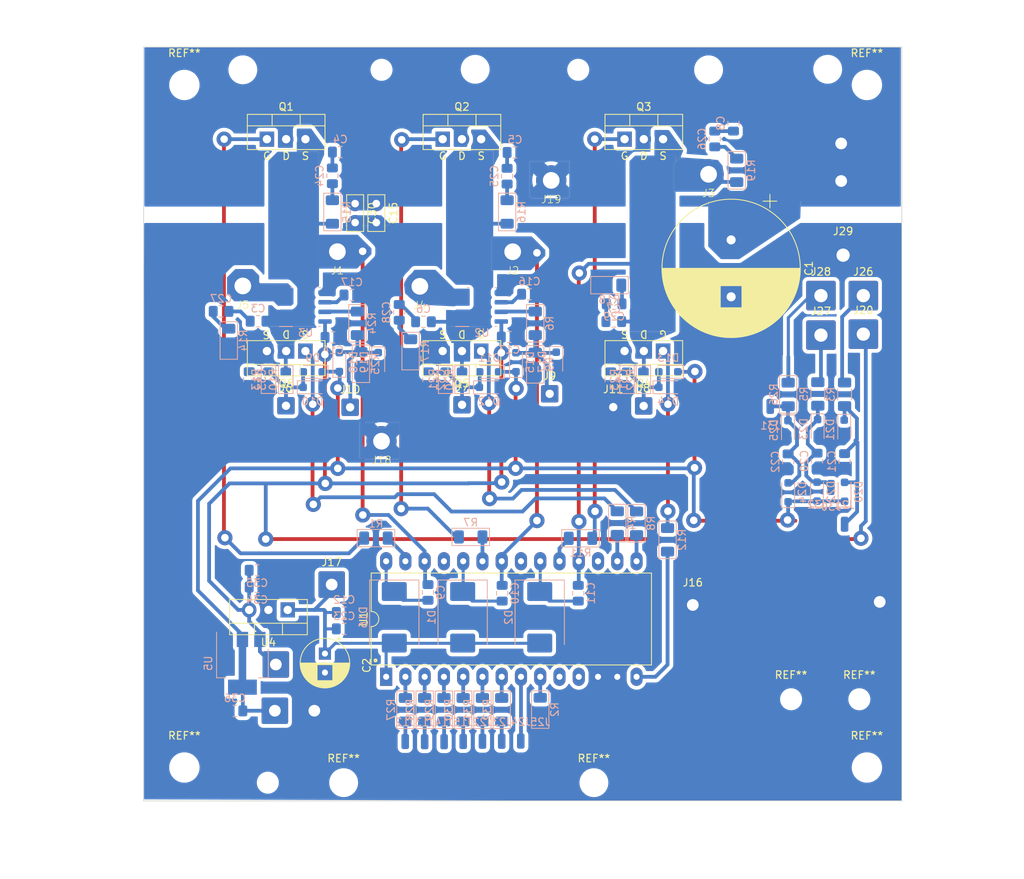
<source format=kicad_pcb>
(kicad_pcb (version 20221018) (generator pcbnew)
  (layers (0 "F.Cu" signal) (31 "B.Cu" signal) (34 "B.Paste" user) (35 "F.Paste" user) (36 "B.SilkS" user "B.Silkscreen") (37 "F.SilkS" user "F.Silkscreen") (38 "B.Mask" user) (39 "F.Mask" user) (44 "Edge.Cuts" user))
  (net 0 "")
  (net 1 "+BATT")
  (net 2 "GND")
  (net 3 "+15V")
  (net 4 "PhaseA")
  (net 5 "Net-(C27-Pad1)")
  (net 6 "Net-(C24-Pad1)")
  (net 7 "Net-(C25-Pad1)")
  (net 8 "PhaseB")
  (net 9 "Net-(C28-Pad1)")
  (net 10 "PhaseC")
  (net 11 "Net-(C29-Pad1)")
  (net 12 "Net-(C26-Pad1)")
  (net 13 "VBOOT1")
  (net 14 "VBOOT2")
  (net 15 "VBOOT3")
  (net 16 "+5V")
  (net 17 "Net-(U2-FILTER)")
  (net 18 "Net-(U3-FILTER)")
  (net 19 "+3.3V")
  (net 20 "/Connectors/HSensor2_ToMCU")
  (net 21 "/Connectors/HSensor1_ToMCU")
  (net 22 "/Connectors/HSensor3_ToMCU")
  (net 23 "Net-(C24-Pad2)")
  (net 24 "Net-(C25-Pad2)")
  (net 25 "Net-(C26-Pad2)")
  (net 26 "Net-(C27-Pad2)")
  (net 27 "Net-(C28-Pad2)")
  (net 28 "Net-(C29-Pad2)")
  (net 29 "Net-(D10-K)")
  (net 30 "Net-(D11-A)")
  (net 31 "Net-(D13-A)")
  (net 32 "Net-(D15-A)")
  (net 33 "Net-(D18-A)")
  (net 34 "Net-(Q1-G)")
  (net 35 "Net-(Q2-G)")
  (net 36 "Net-(Q3-G)")
  (net 37 "Net-(Q4-G)")
  (net 38 "Net-(Q5-G)")
  (net 39 "Net-(Q6-G)")
  (net 40 "L1H")
  (net 41 "Net-(U1-ITRIP)")
  (net 42 "/Connectors/HSensor1")
  (net 43 "L1L")
  (net 44 "/Connectors/HSensor2")
  (net 45 "Isense_PhaseB")
  (net 46 "L2H")
  (net 47 "L2L")
  (net 48 "L3H")
  (net 49 "L3L")
  (net 50 "Isense_PhaseA")
  (net 51 "/Connectors/HSensor3")
  (net 52 "LOGIC_L1H")
  (net 53 "Net-(U1-*HIN1)")
  (net 54 "LOGIC_L2H")
  (net 55 "Net-(U1-*HIN2)")
  (net 56 "LOGIC_L3H")
  (net 57 "Net-(U1-*HIN3)")
  (net 58 "LOGIC_L1L")
  (net 59 "Net-(U1-*LIN1)")
  (net 60 "LOGIC_L2L")
  (net 61 "Net-(U1-*LIN2)")
  (net 62 "LOGIC_L3L")
  (net 63 "Net-(U1-*LIN3)")
  (net 64 "MCU_FAULT_IN (INPUT_PULLUP)")
  (net 70 "PhaseB_Sensed")
  (net 71 "PhaseA_Sensed")
  (footprint "PCM_Package_TO_SOT_THT_AKL:TO-220-3_Vertical_GDS" (layer "F.Cu") (at 235.119617 61.084049 180)
    (fp_text reference "Q4")
    (fp_text value "IRF1407" hide)
  )
  (footprint "libMain:10mm2 CableSoldered" (layer "F.Cu") (at 215.290172 50.991018)
    (fp_text reference "J2")
    (fp_text value "Motor_phaseB")
  )
  (footprint "Connector_Wire:SolderWire-0.5sqmm_1x01_D0.9mm_OD2.3mm" (layer "F.Cu") (at 193.852572 68.504218)
    (fp_text reference "J10")
    (fp_text value "PhaseA_Csense")
  )
  (footprint "" (layer "F.Cu") (at 263.68514 94.163673)
    (fp_text reference "")
    (fp_text value "")
  )
  (footprint "" (layer "F.Cu") (at 256.82714 23.932673)
    (fp_text reference "")
    (fp_text value "")
  )
  (footprint "" (layer "F.Cu") (at 179.704772 24)
    (fp_text reference "")
    (fp_text value "")
  )
  (footprint "PCM_Package_TO_SOT_THT_AKL:TO-220-3_Vertical_GDS" (layer "F.Cu") (at 211.137272 61.087 180)
    (fp_text reference "Q5")
    (fp_text value "IRF1407" hide)
  )
  (footprint "PCM_Package_TO_SOT_THT_AKL:TO-220-3_Vertical_GDS" (layer "F.Cu") (at 230.039617 33.144049)
    (fp_text reference "Q3")
    (fp_text value "IRF1407" hide)
  )
  (footprint "libMain:10mm2 CableSoldered" (layer "F.Cu") (at 192.176172 50.981018)
    (fp_text reference "J1")
    (fp_text value "Motor_phaseA")
  )
  (footprint "" (layer "F.Cu") (at 184.05614 102.418673)
    (fp_text reference "")
    (fp_text value "")
  )
  (footprint "Package_TO_SOT_THT:TO-220-3_Vertical" (layer "F.Cu") (at 185.622972 95.219818 180)
    (fp_text reference "U4")
    (fp_text value "LM7805_TO220")
  )
  (footprint "PCM_Package_DIP_AKL:DIP-28_W15.24mm_LongPads" (layer "F.Cu") (at 198.602372 104.038818 90)
    (fp_text reference "U1")
    (fp_text value "IR2130PBF" hide)
  )
  (footprint "PCM_Package_TO_SOT_THT_AKL:TO-220-3_Vertical_GDS" (layer "F.Cu") (at 187.96 61.087 180)
    (fp_text reference "Q6")
    (fp_text value "IRF1407" hide)
  )
  (footprint "MountingHole:MountingHole_2.1mm" (layer "F.Cu") (at 261 107)
    (fp_text reference "REF**")
    (fp_text value "MountingHole_2.1mm")
  )
  (footprint "Connector_Wire:SolderWire-0.75sqmm_1x01_D1.25mm_OD3.5mm" (layer "F.Cu") (at 239.039172 94.564618)
    (fp_text reference "J16")
    (fp_text value "15 Gnd")
  )
  (footprint "PCM_Package_TO_SOT_THT_AKL:TO-220-3_Vertical_GDS" (layer "F.Cu") (at 182.88 33.147)
    (fp_text reference "Q1")
    (fp_text value "IRF1407" hide)
  )
  (footprint "Connector_Wire:SolderWire-1sqmm_1x01_D1.4mm_OD3.9mm" (layer "F.Cu") (at 258.85914 48.443673)
    (fp_text reference "J29")
    (fp_text value "~")
  )
  (footprint "" (layer "F.Cu") (at 223.93414 24)
    (fp_text reference "")
    (fp_text value "")
  )
  (footprint "libMain:10mm2 CableSoldered" (layer "F.Cu") (at 203.047372 55.553018)
    (fp_text reference "J4")
    (fp_text value "Motor_phaseBSensed")
  )
  (footprint "" (layer "F.Cu") (at 189.13614 108.514673)
    (fp_text reference "")
    (fp_text value "")
  )
  (footprint "MountingHole:MountingHole_3.2mm_M3" (layer "F.Cu") (at 262 26)
    (fp_text reference "REF**")
    (fp_text value "MountingHole_3.2mm_M3")
  )
  (footprint "" (layer "F.Cu") (at 241.121972 24)
    (fp_text reference "")
    (fp_text value "")
  )
  (footprint "PCM_Package_TO_SOT_THT_AKL:TO-220-3_Vertical_GDS" (layer "F.Cu") (at 206.057272 33.147)
    (fp_text reference "Q2")
    (fp_text value "IRF1407" hide)
  )
  (footprint "libMain:10mm2 CableSoldered" (layer "F.Cu") (at 241.121972 40.780218)
    (fp_text reference "J3")
    (fp_text value "Motor_phaseC")
  )
  (footprint "" (layer "F.Cu") (at 258.60514 33.711673)
    (fp_text reference "")
    (fp_text value "")
  )
  (footprint "" (layer "F.Cu") (at 258.60514 38.664673)
    (fp_text reference "")
    (fp_text value "")
  )
  (footprint "Connector_Wire:SolderWire-1sqmm_1x01_D1.4mm_OD3.9mm" (layer "F.Cu") (at 261.52614 53.777673)
    (fp_text reference "J26")
    (fp_text value "~")
  )
  (footprint "libMain:12AWG cableSoldered" (layer "F.Cu") (at 197.992772 75.974618)
    (fp_text reference "J18")
    (fp_text value "Bat Gnd")
  )
  (footprint "Connector_Wire:SolderWire-0.5sqmm_1x01_D0.9mm_OD2.3mm" (layer "F.Cu") (at 232.562172 68.326418)
    (fp_text reference "J8")
    (fp_text value "PhaseC_Vsense")
  )
  (footprint "Connector_Wire:SolderWire-0.5sqmm_1x01_D0.9mm_OD2.3mm" (layer "F.Cu") (at 220.166972 66.726218)
    (fp_text reference "J9")
    (fp_text value "PhaseB_Csense")
  )
  (footprint "Connector_Wire:SolderWire-1sqmm_1x01_D1.4mm_OD3.9mm" (layer "F.Cu") (at 255.93814 58.984673)
    (fp_text reference "J27")
    (fp_text value "~")
  )
  (footprint "Capacitor_THT:C_Rect_L4.6mm_W2.0mm_P2.50mm_MKS02_FKP02" (layer "F.Cu") (at 197.306972 41.645618 -90)
    (fp_text reference "C15")
    (fp_text value "2.2uF")
  )
  (footprint "MountingHole:MountingHole_2.1mm" (layer "F.Cu") (at 193 118)
    (fp_text reference "REF**")
    (fp_text value "MountingHole_2.1mm")
  )
  (footprint "Connector_Wire:SolderWire-0.5sqmm_1x01_D0.9mm_OD2.3mm" (layer "F.Cu") (at 208.609972 68.174018)
    (fp_text reference "J7")
    (fp_text value "PhaseB_Vsense")
  )
  (footprint "Connector_Wire:SolderWire-1sqmm_1x01_D1.4mm_OD3.9mm" (layer "F.Cu") (at 255.93814 53.777673)
    (fp_text reference "J28")
    (fp_text value "~")
  )
  (footprint "" (layer "F.Cu") (at 183 118)
    (fp_text reference "")
    (fp_text value "")
  )
  (footprint "Connector_Wire:SolderWire-0.5sqmm_1x01_D0.9mm_OD2.3mm" (layer "F.Cu") (at 185.394372 68.301018)
    (fp_text reference "J6")
    (fp_text value "PhaseA_Vsense")
  )
  (footprint "MountingHole:MountingHole_3.2mm_M3" (layer "F.Cu") (at 262 116)
    (fp_text reference "REF**")
    (fp_text value "MountingHole_3.2mm_M3")
  )
  (footprint "libMain:10mm2 CableSoldered" (layer "F.Cu") (at 179.704772 55.502218)
    (fp_text reference "J5")
    (fp_text value "Motor_phaseASensed")
  )
  (footprint "libMain:12AWG cableSoldered" (layer "F.Cu") (at 220.370172 41.583018)
    (fp_text reference "J19")
    (fp_text value "Bat VCC")
  )
  (footprint "MountingHole:MountingHole_2.1mm" (layer "F.Cu") (at 252 107)
    (fp_text reference "REF**")
    (fp_text value "MountingHole_2.1mm")
  )
  (footprint "Capacitor_THT:C_Rect_L4.6mm_W2.0mm_P2.50mm_MKS02_FKP02" (layer "F.Cu") (at 194.512972 41.645618 -90)
    (fp_text reference "C30")
    (fp_text value "2.2uF")
  )
  (footprint "MountingHole:MountingHole_3.2mm_M3" (layer "F.Cu") (at 172 26)
    (fp_text reference "REF**")
    (fp_text value "MountingHole_3.2mm_M3")
  )
  (footprint "MountingHole:MountingHole_2.1mm" (layer "F.Cu") (at 226 118)
    (fp_text reference "REF**")
    (fp_text value "MountingHole_2.1mm")
  )
  (footprint "" (layer "F.Cu") (at 197.992772 24)
    (fp_text reference "")
    (fp_text value "")
  )
  (footprint "" (layer "F.Cu") (at 183.92914 108.514673)
    (fp_text reference "")
    (fp_text value "")
  )
  (footprint "Capacitor_THT:CP_Radial_D18.0mm_P7.50mm" (layer "F.Cu") (at 244.093772 46.431618 -90)
    (fp_text reference "C1")
    (fp_text value "470uF")
  )
  (footprint "" (layer "F.Cu") (at 210.34514 23.932673)
    (fp_text reference "")
    (fp_text value "")
  )
  (footprint "MountingHole:MountingHole_3.2mm_M3" (layer "F.Cu") (at 172 116)
    (fp_text reference "REF**")
    (fp_text value "MountingHole_3.2mm_M3")
  )
  (footprint "Connector_Wire:SolderWire-1sqmm_1x01_D1.4mm_OD3.9mm" (layer "F.Cu") (at 261.52614 58.857673)
    (fp_text reference "J20")
    (fp_text value "~")
  )
  (footprint "Capacitor_THT:CP_Radial_D6.3mm_P2.50mm" (layer "F.Cu") (at 190.53314 100.982294 -90)
    (fp_text reference "C2")
    (fp_text value "22uF")
  )
  (footprint "Connector_Wire:SolderWire-0.5sqmm_1x01_D0.9mm_OD2.3mm" (layer "F.Cu") (at 228.548972 68.478818)
    (fp_text reference "J11")
    (fp_text value "GND0_sense")
  )
  (footprint "Connector_Wire:SolderWire-0.75sqmm_1x01_D1.25mm_OD3.5mm" (layer "F.Cu") (at 191.42214 91.877673)
    (fp_text reference "J17")
    (fp_text value "15Vin")
  )
  (footprint "PCM_Resistor_SMD_AKL:R_1206_3216Metric_Pad1.30x1.75mm_HandSolder" (layer "B.Cu") (at 235.711772 85.980018 90)
    (fp_text reference "R12")
    (fp_text value "15")
  )
  (footprint "Diode_SMD:D_SOD-323_HandSoldering" (layer "B.Cu") (at 255.4224 79.6236 90)
    (fp_text reference "D22")
    (fp_text value "SD103AWS")
  )
  (footprint "PCM_Resistor_SMD_AKL:R_1206_3216Metric_Pad1.30x1.75mm_HandSolder" (layer "B.Cu") (at 195.2752 62.764 90)
    (fp_text reference "R25")
    (fp_text value "10K")
  )
  (footprint "PCM_Resistor_SMD_AKL:R_0805_2012Metric_Pad1.15x1.40mm_HandSolder" (layer "B.Cu") (at 206.450744 64.837618 -90)
    (fp_text reference "R21")
    (fp_text value "2.2k")
  )
  (footprint "Capacitor_SMD:C_0805_2012Metric_Pad1.18x1.45mm_HandSolder" (layer "B.Cu") (at 204.164744 64.868118 90)
    (fp_text reference "C32")
    (fp_text value "1nF")
  )
  (footprint "Capacitor_SMD:C_0805_2012Metric_Pad1.18x1.45mm_HandSolder" (layer "B.Cu") (at 176.8387 55.8546 180)
    (fp_text reference "C27")
    (fp_text value "4.7nF")
  )
  (footprint "PCM_Resistor_SMD_AKL:R_1206_3216Metric_Pad1.30x1.75mm_HandSolder" (layer "B.Cu") (at 231.622372 83.794418 90)
    (fp_text reference "R8")
    (fp_text value "15")
  )
  (footprint "PCM_Resistor_SMD_AKL:R_1206_3216Metric_Pad1.30x1.75mm_HandSolder" (layer "B.Cu") (at 244.830372 37.262218 90)
    (fp_text reference "R19")
    (fp_text value "100")
  )
  (footprint "Capacitor_SMD:C_0805_2012Metric_Pad1.18x1.45mm_HandSolder" (layer "B.Cu") (at 203.526072 57.226618 180)
    (fp_text reference "C6")
    (fp_text value "4.7nF")
  )
  (footprint "PCM_Resistor_SMD_AKL:R_1206_3216Metric_Pad1.30x1.75mm_HandSolder" (layer "B.Cu") (at 213.842372 108.382818 -90)
    (fp_text reference "R32")
    (fp_text value "470")
  )
  (footprint "Connector_Wire:SolderWirePad_1x01_SMD_1x2mm" (layer "B.Cu") (at 216.356972 112.522418 180)
    (fp_text reference "J24")
    (fp_text value "~")
  )
  (footprint "Package_SO:SOIC-8-1EP_3.9x4.9mm_P1.27mm_EP2.95x4.9mm_Mask2.71x3.4mm" (layer "B.Cu") (at 187.9825 55.284)
    (fp_text reference "U3")
    (fp_text value "ACS712ELCTR30AT")
  )
  (footprint "Capacitor_SMD:C_0805_2012Metric_Pad1.18x1.45mm_HandSolder" (layer "B.Cu") (at 180.542972 64.846618 90)
    (fp_text reference "C33")
    (fp_text value "1nF")
  )
  (footprint "Diode_SMD:D_SMC" (layer "B.Cu") (at 208.69414 96.195673 -90)
    (fp_text reference "D1")
    (fp_text value "SS310")
  )
  (footprint "Diode_SMD:D_SOD-323_HandSoldering" (layer "B.Cu") (at 212.145744 65.862618)
    (fp_text reference "D12")
    (fp_text value "SD103AWS")
  )
  (footprint "Capacitor_SMD:C_0805_2012Metric_Pad1.18x1.45mm_HandSolder" (layer "B.Cu") (at 259.0546 75.649723 -90)
    (fp_text reference "C21")
    (fp_text value "10nF")
  )
  (footprint "Capacitor_SMD:C_0805_2012Metric_Pad1.18x1.45mm_HandSolder" (layer "B.Cu") (at 193.07314 97.719673 180)
    (fp_text reference "C23")
    (fp_text value "0.1uF")
  )
  (footprint "Capacitor_SMD:C_0805_2012Metric_Pad1.18x1.45mm_HandSolder" (layer "B.Cu") (at 181.715272 57.150418 180)
    (fp_text reference "C3")
    (fp_text value "4.7nF")
  )
  (footprint "Capacitor_SMD:C_0805_2012Metric_Pad1.18x1.45mm_HandSolder" (layer "B.Cu") (at 194.085072 53.696018 180)
    (fp_text reference "C17")
    (fp_text value "1nF")
  )
  (footprint "PCM_Resistor_SMD_AKL:R_1206_3216Metric_Pad1.30x1.75mm_HandSolder" (layer "B.Cu") (at 177.8508 59.6906 90)
    (fp_text reference "R14")
    (fp_text value "100")
  )
  (footprint "Diode_SMD:D_SOD-323_HandSoldering" (layer "B.Cu") (at 188.924972 63.830618 180)
    (fp_text reference "D9")
    (fp_text value "SD103AWS")
  )
  (footprint "Diode_SMD:D_SOD-323_HandSoldering" (layer "B.Cu") (at 259.004028 71.442205 -90)
    (fp_text reference "D21")
    (fp_text value "SD103AWS")
  )
  (footprint "Diode_SMD:D_SOD-323_HandSoldering" (layer "B.Cu") (at 197.5612 62.540618 -90)
    (fp_text reference "D19")
    (fp_text value "SD103AWS")
  )
  (footprint "PCM_Resistor_SMD_AKL:R_0805_2012Metric_Pad1.15x1.40mm_HandSolder" (layer "B.Cu") (at 183.082972 64.837618 -90)
    (fp_text reference "R13")
    (fp_text value "2.2k")
  )
  (footprint "Capacitor_SMD:C_0805_2012Metric_Pad1.18x1.45mm_HandSolder" (layer "B.Cu") (at 228.664117 54.861049)
    (fp_text reference "C29")
    (fp_text value "4.7nF")
  )
  (footprint "Capacitor_SMD:C_0805_2012Metric_Pad1.18x1.45mm_HandSolder" (layer "B.Cu") (at 228.210589 64.865167 90)
    (fp_text reference "C31")
    (fp_text value "1nF")
  )
  (footprint "PCM_Resistor_SMD_AKL:R_1206_3216Metric_Pad1.30x1.75mm_HandSolder" (layer "B.Cu") (at 228.057589 52.397667)
    (fp_text reference "R18")
    (fp_text value "100")
  )
  (footprint "Capacitor_SMD:C_0805_2012Metric_Pad1.18x1.45mm_HandSolder" (layer "B.Cu") (at 200.329572 55.985918 -90)
    (fp_text reference "C28")
    (fp_text value "4.7nF")
  )
  (footprint "Diode_SMD:D_SOD-323_HandSoldering" (layer "B.Cu") (at 235.810589 65.859667)
    (fp_text reference "D14")
    (fp_text value "SD103AWS")
  )
  (footprint "Connector_Wire:SolderWirePad_1x01_SMD_1x2mm" (layer "B.Cu") (at 201.116972 112.573218 180)
    (fp_text reference "J12")
    (fp_text value "~")
  )
  (footprint "PCM_Resistor_SMD_AKL:R_1206_3216Metric_Pad1.30x1.75mm_HandSolder" (layer "B.Cu") (at 218.261744 57.43 90)
    (fp_text reference "R6")
    (fp_text value "5K")
  )
  (footprint "Capacitor_SMD:C_0805_2012Metric_Pad1.18x1.45mm_HandSolder" (layer "B.Cu") (at 204.12214 92.915173 90)
    (fp_text reference "C9")
    (fp_text value "2.2uF")
  )
  (footprint "Resistor_SMD:R_1206_3216Metric_Pad1.30x1.75mm_HandSolder" (layer "B.Cu") (at 255.524 66.741 -90)
    (fp_text reference "R5")
    (fp_text value "100")
  )
  (footprint "Connector_Wire:SolderWirePad_1x01_SMD_1x2mm" (layer "B.Cu") (at 218.922372 112.547818 180)
    (fp_text reference "J25")
    (fp_text value "~")
  )
  (footprint "Capacitor_SMD:C_0805_2012Metric_Pad1.18x1.45mm_HandSolder" (layer "B.Cu") (at 191.516 37.9769 -90)
    (fp_text reference "C24")
    (fp_text value "4.7nF")
  )
  (footprint "Capacitor_SMD:C_0805_2012Metric_Pad1.18x1.45mm_HandSolder" (layer "B.Cu") (at 255.4224 75.5903 -90)
    (fp_text reference "C20")
    (fp_text value "10nF")
  )
  (footprint "Capacitor_SMD:C_0805_2012Metric_Pad1.18x1.45mm_HandSolder" (layer "B.Cu") (at 251.6124 75.692723 -90)
    (fp_text reference "C22")
    (fp_text value "10nF")
  )
  (footprint "Diode_SMD:D_SOD-323_HandSoldering" (layer "B.Cu") (at 212.185744 63.830618 180)
    (fp_text reference "D11")
    (fp_text value "SD103AWS")
  )
  (footprint "Diode_SMD:D_SOD-323_HandSoldering" (layer "B.Cu") (at 221.0308 62.4894 -90)
    (fp_text reference "D17")
    (fp_text value "SD103AWS")
  )
  (footprint "Connector_Wire:SolderWirePad_1x01_SMD_1x2mm" (layer "B.Cu") (at 257.2512 79.074823)
    (fp_text reference "J30")
    (fp_text value "~")
  )
  (footprint "Package_TO_SOT_SMD:SOT-223-3_TabPin2" (layer "B.Cu") (at 179.653972 102.260818 -90)
    (fp_text reference "U5")
    (fp_text value "AMS1117-3.3")
  )
  (footprint "Connector_Wire:SolderWirePad_1x01_SMD_1x2mm" (layer "B.Cu") (at 206.247772 112.598618 180)
    (fp_text reference "J14")
    (fp_text value "~")
  )
  (footprint "Diode_SMD:D_SOD-323_HandSoldering" (layer "B.Cu") (at 255.4986 71.3686 -90)
    (fp_text reference "D23")
    (fp_text value "SD103AWS")
  )
  (footprint "PCM_Resistor_SMD_AKL:R_1206_3216Metric_Pad1.30x1.75mm_HandSolder" (layer "B.Cu") (at 214.553572 42.7476 90)
    (fp_text reference "R16")
    (fp_text value "100")
  )
  (footprint "PCM_Resistor_SMD_AKL:R_1206_3216Metric_Pad1.30x1.75mm_HandSolder" (layer "B.Cu") (at 209.752372 85.598418 180)
    (fp_text reference "R7")
    (fp_text value "15")
  )
  (footprint "PCM_Resistor_SMD_AKL:R_1206_3216Metric_Pad1.30x1.75mm_HandSolder" (layer "B.Cu") (at 194.818 57.43 90)
    (fp_text reference "R24")
    (fp_text value "5K")
  )
  (footprint "Connector_Wire:SolderWirePad_1x01_SMD_1x2mm" (layer "B.Cu") (at 208.762372 112.573218 180)
    (fp_text reference "J15")
    (fp_text value "~")
  )
  (footprint "Capacitor_SMD:C_0805_2012Metric_Pad1.18x1.45mm_HandSolder" (layer "B.Cu") (at 244.398572 31.043118 -90)
    (fp_text reference "C8")
    (fp_text value "4.7nF")
  )
  (footprint "Connector_Wire:SolderWirePad_1x01_SMD_1x2mm" (layer "B.Cu") (at 259.0546 83.9216 180)
    (fp_text reference "J21")
    (fp_text value "~")
  )
  (footprint "Connector_Wire:SolderWirePad_1x01_SMD_1x2mm" (layer "B.Cu") (at 255.4224 83.875423 180)
    (fp_text reference "J32")
    (fp_text value "~")
  )
  (footprint "Capacitor_SMD:C_0805_2012Metric_Pad1.18x1.45mm_HandSolder" (layer "B.Cu") (at 217.503872 53.594418 180)
    (fp_text reference "C16")
    (fp_text value "1nF")
  )
  (footprint "Diode_SMD:D_SOD-323_HandSoldering" (layer "B.Cu") (at 192.4304 62.540618 90)
    (fp_text reference "D18")
    (fp_text value "SD103AWS")
  )
  (footprint "Capacitor_SMD:C_0805_2012Metric_Pad1.18x1.45mm_HandSolder" (layer "B.Cu") (at 228.621117 57.197849 180)
    (fp_text reference "C7")
    (fp_text value "4.7nF")
  )
  (footprint "PCM_Resistor_SMD_AKL:R_1206_3216Metric_Pad1.30x1.75mm_HandSolder" (layer "B.Cu") (at 224.231572 85.776218)
    (fp_text reference "R11")
    (fp_text value "15")
  )
  (footprint "Package_SO:SOIC-8-1EP_3.9x4.9mm_P1.27mm_EP2.95x4.9mm_Mask2.71x3.4mm" (layer "B.Cu") (at 211.223272 55.284)
    (fp_text reference "U2")
    (fp_text value "ACS712ELCTR30AT")
  )
  (footprint "Resistor_SMD:R_1206_3216Metric_Pad1.30x1.75mm_HandSolder" (layer "B.Cu") (at 259.0546 66.789623 -90)
    (fp_text reference "R3")
    (fp_text value "100")
  )
  (footprint "Connector_Wire:SolderWirePad_1x01_SMD_1x2mm" (layer "B.Cu") (at 203.682372 112.598618 180)
    (fp_text reference "J13")
    (fp_text value "~")
  )
  (footprint "Capacitor_SMD:C_0805_2012Metric_Pad1.18x1.45mm_HandSolder" (layer "B.Cu") (at 241.934772 33.122018 -90)
    (fp_text reference "C26")
    (fp_text value "4.7nF")
  )
  (footprint "PCM_Resistor_SMD_AKL:R_1206_3216Metric_Pad1.30x1.75mm_HandSolder" (layer "B.Cu") (at 208.762372 108.382818 -90)
    (fp_text reference "R30")
    (fp_text value "470")
  )
  (footprint "PCM_Resistor_SMD_AKL:R_0805_2012Metric_Pad1.15x1.40mm_HandSolder" (layer "B.Cu") (at 232.528589 64.852667 -90)
    (fp_text reference "R22")
    (fp_text value "47K")
  )
  (footprint "PCM_Resistor_SMD_AKL:R_1206_3216Metric_Pad1.30x1.75mm_HandSolder" (layer "B.Cu") (at 229.082372 83.769618 90)
    (fp_text reference "R4")
    (fp_text value "15")
  )
  (footprint "Diode_SMD:D_SOD-323_HandSoldering" (layer "B.Cu") (at 215.721744 62.560618 90)
    (fp_text reference "D15")
    (fp_text value "SD103AWS")
  )
  (footprint "PCM_Resistor_SMD_AKL:R_0805_2012Metric_Pad1.15x1.40mm_HandSolder" (layer "B.Cu") (at 230.369589 64.852667 -90)
    (fp_text reference "R23")
    (fp_text value "2.2k")
  )
  (footprint "Capacitor_SMD:C_0805_2012Metric_Pad1.18x1.45mm_HandSolder" (layer "B.Cu") (at 178.667272 108.534618 180)
    (fp_text reference "C36")
    (fp_text value "2.2uF")
  )
  (footprint "Connector_Wire:SolderWirePad_1x01_SMD_1x2mm" (layer "B.Cu") (at 211.302372 112.547818 180)
    (fp_text reference "J22")
    (fp_text value "~")
  )
  (footprint "Diode_SMD:D_SOD-323_HandSoldering" (layer "B.Cu") (at 235.810589 63.827667 180)
    (fp_text reference "D13")
    (fp_text value "SD103AWS")
  )
  (footprint "PCM_Resistor_SMD_AKL:R_1206_3216Metric_Pad1.30x1.75mm_HandSolder" (layer "B.Cu") (at 251.6124 66.807223 -90)
    (fp_text reference "R26")
    (fp_text value "100")
  )
  (footprint "Diode_SMD:D_SOD-323_HandSoldering" (layer "B.Cu") (at 259.054828 79.646405 90)
    (fp_text reference "D20")
    (fp_text value "SD103AWS")
  )
  (footprint "Capacitor_SMD:C_0805_2012Metric_Pad1.18x1.45mm_HandSolder" (layer "B.Cu") (at 191.5883 59.2836)
    (fp_text reference "C14")
    (fp_text value "0.1uF")
  )
  (footprint "PCM_Resistor_SMD_AKL:R_1206_3216Metric_Pad1.30x1.75mm_HandSolder" (layer "B.Cu") (at 206.222372 108.382818 -90)
    (fp_text reference "R29")
    (fp_text value "470")
  )
  (footprint "Capacitor_SMD:C_0805_2012Metric_Pad1.18x1.45mm_HandSolder" (layer "B.Cu") (at 223.93414 93.020673 90)
    (fp_text reference "C11")
    (fp_text value "2.2uF")
  )
  (footprint "Diode_SMD:D_SOD-323_HandSoldering" (layer "B.Cu") (at 188.904972 65.862618)
    (fp_text reference "D10")
    (fp_text value "SD103AWS")
  )
  (footprint "PCM_Resistor_SMD_AKL:R_0805_2012Metric_Pad1.15x1.40mm_HandSolder" (layer "B.Cu") (at 208.609744 64.855618 -90)
    (fp_text reference "R20")
    (fp_text value "47K")
  )
  (footprint "Connector_Wire:SolderWirePad_1x01_SMD_1x2mm" (layer "B.Cu") (at 249.2502 68.381423)
    (fp_text reference "J31")
    (fp_text value "~")
  )
  (footprint "PCM_Resistor_SMD_AKL:R_1206_3216Metric_Pad1.30x1.75mm_HandSolder" (layer "B.Cu") (at 201.828172 61.088018 90)
    (fp_text reference "R17")
    (fp_text value "100")
  )
  (footprint "PCM_Resistor_SMD_AKL:R_1206_3216Metric_Pad1.30x1.75mm_HandSolder" (layer "B.Cu") (at 218.261744 62.840618 90)
    (fp_text reference "R9")
    (fp_text value "10K")
  )
  (footprint "Capacitor_SMD:C_0805_2012Metric_Pad1.18x1.45mm_HandSolder" (layer "B.Cu") (at 181.580472 89.992618)
    (fp_text reference "C35")
    (fp_text value "2.2uF")
  )
  (footprint "Capacitor_SMD:C_0805_2012Metric_Pad1.18x1.45mm_HandSolder" (layer "B.Cu") (at 193.07314 95.560673 180)
    (fp_text reference "C12")
    (fp_text value "2.2uF")
  )
  (footprint "Capacitor_SMD:C_0805_2012Metric_Pad1.18x1.45mm_HandSolder" (layer "B.Cu") (at 213.90114 93.020673 90)
    (fp_text reference "C10")
    (fp_text value "2.2uF")
  )
  (footprint "Diode_SMD:D_SOD-323_HandSoldering" (layer "B.Cu") (at 251.587 71.511023 -90)
    (fp_text reference "D25")
    (fp_text value "SD103AWS")
  )
  (footprint "Capacitor_SMD:C_0805_2012Metric_Pad1.18x1.45mm_HandSolder" (layer "B.Cu") (at 214.829072 59.2328)
    (fp_text reference "C13")
    (fp_text value "0.1uF")
  )
  (footprint "PCM_Resistor_SMD_AKL:R_1206_3216Metric_Pad1.30x1.75mm_HandSolder" (layer "B.Cu") (at 218.922372 108.356818 90)
    (fp_text reference "R2")
    (fp_text value "10k")
  )
  (footprint "PCM_Resistor_SMD_AKL:R_0805_2012Metric_Pad1.15x1.40mm_HandSolder" (layer "B.Cu") (at 185.368972 64.855618 -90)
    (fp_text reference "R10")
    (fp_text value "47K")
  )
  (footprint "Diode_SMD:D_SMC" (layer "B.Cu") (at 218.85414 96.195673 -90)
    (fp_text reference "D2")
    (fp_text value "SS310")
  )
  (footprint "PCM_Resistor_SMD_AKL:R_1206_3216Metric_Pad1.30x1.75mm_HandSolder" (layer "B.Cu") (at 211.302372 108.382818 -90)
    (fp_text reference "R31")
    (fp_text value "470")
  )
  (footprint "PCM_Resistor_SMD_AKL:R_1206_3216Metric_Pad1.30x1.75mm_HandSolder" (layer "B.Cu") (at 197.256772 85.750818 180)
    (fp_text reference "R1")
    (fp_text value "15")
  )
  (footprint "PCM_Resistor_SMD_AKL:R_1206_3216Metric_Pad1.30x1.75mm_HandSolder" (layer "B.Cu") (at 203.682372 108.382818 -90)
    (fp_text reference "R28")
    (fp_text value "470")
  )
  (footprint "Capacitor_SMD:C_0805_2012Metric_Pad1.18x1.45mm_HandSolder" (layer "B.Cu") (at 192.5535 34.8488 180)
    (fp_text reference "C4")
    (fp_text value "4.7nF")
  )
  (footprint "Connector_Wire:SolderWirePad_1x01_SMD_1x2mm" (layer "B.Cu") (at 213.842372 112.547818 180)
    (fp_text reference "J23")
    (fp_text value "~")
  )
  (footprint "Diode_SMD:D_SMC" (layer "B.Cu") (at 199.67714 96.195673 -90)
    (fp_text reference "D16")
    (fp_text value "SS310")
  )
  (footprint "Diode_SMD:D_SOD-323_HandSoldering" (layer "B.Cu") (at 251.6124 79.715223 90)
    (fp_text reference "D24")
    (fp_text value "SD103AWS")
  )
  (footprint "Capacitor_SMD:C_0805_2012Metric_Pad1.18x1.45mm_HandSolder" (layer "B.Cu") (at 181.580472 92.202418)
    (fp_text reference "C34")
    (fp_text value "2.2uF")
  )
  (footprint "PCM_Resistor_SMD_AKL:R_1206_3216Metric_Pad1.30x1.75mm_HandSolder" (layer "B.Cu") (at 201.142372 108.382818 -90)
    (fp_text reference "R27")
    (fp_text value "470")
  )
  (footprint "PCM_Resistor_SMD_AKL:R_1206_3216Metric_Pad1.30x1.75mm_HandSolder" (layer "B.Cu") (at 191.516 42.7476 90)
    (fp_text reference "R15")
    (fp_text value "100")
  )
  (footprint "Capacitor_SMD:C_0805_2012Metric_Pad1.18x1.45mm_HandSolder" (layer "B.Cu") (at 214.553572 38.0277 -90)
    (fp_text reference "C25")
    (fp_text value "4.7nF")
  )
  (footprint "Capacitor_SMD:C_0805_2012Metric_Pad1.18x1.45mm_HandSolder" (layer "B.Cu") (at 215.591072 34.8996 180)
    (fp_text reference "C5")
    (fp_text value "4.7nF")
  )
  (gr_rect (start 166.623772 20.993518) (end 266.5984 120.396) (stroke (width 0.1)) (fill none) (layer "Edge.Cuts"))
  (segment (start 190.40614 95.219818) (end 189.153572 95.219818) (width 0.5) (layer "B.Cu") (net 3))
  (segment (start 190.53314 95.346818) (end 190.40614 95.219818) (width 0.5) (layer "B.Cu") (net 3))
  (segment (start 191.42214 92.95125) (end 189.153572 95.219818) (width 0.5) (layer "B.Cu") (net 3))
  (segment (start 190.53314 97.846673) (end 190.53314 95.346818) (width 0.5) (layer "B.Cu") (net 3))
  (segment (start 190.746995 95.560673) (end 190.53314 95.346818) (width 0.4) (layer "B.Cu") (net 3))
  (segment (start 198.602372 100.670441) (end 199.67714 99.595673) (width 0.4) (layer "B.Cu") (net 3))
  (segment (start 191.890761 99.624673) (end 218.31714 99.624673) (width 0.4) (layer "B.Cu") (net 3))
  (segment (start 218.31714 99.624673) (end 218.85414 99.087673) (width 0.4) (layer "B.Cu") (net 3))
  (segment (start 192.03564 97.719673) (end 190.66014 97.719673) (width 0.4) (layer "B.Cu") (net 3))
  (segment (start 192.03564 95.560673) (end 190.746995 95.560673) (width 0.4) (layer "B.Cu") (net 3))
  (segment (start 191.42214 91.877673) (end 191.42214 92.95125) (width 0.5) (layer "B.Cu") (net 3))
  (segment (start 190.53314 100.982294) (end 190.53314 97.846673) (width 0.5) (layer "B.Cu") (net 3))
  (segment (start 190.66014 97.719673) (end 190.53314 97.846673) (width 0.4) (layer "B.Cu") (net 3))
  (segment (start 190.53314 100.982294) (end 191.890761 99.624673) (width 0.4) (layer "B.Cu") (net 3))
  (segment (start 198.602372 104.038818) (end 198.602372 100.670441) (width 0.4) (layer "B.Cu") (net 3))
  (segment (start 189.153572 95.219818) (end 185.622972 95.219818) (width 0.5) (layer "B.Cu") (net 3))
  (segment (start 195.503572 82.677418) (end 195.528972 82.702818) (width 0.5) (layer "F.Cu") (net 4))
  (segment (start 195.503572 47.930218) (end 195.503572 82.677418) (width 0.5) (layer "F.Cu") (net 4))
  (via (at 195.503572 47.930218) (size 2) (drill 1) (layers "F.Cu" "B.Cu") (net 4))
  (via (at 195.528972 82.702818) (size 2) (drill 1) (layers "F.Cu" "B.Cu") (net 4))
  (segment (start 182.752772 57.150418) (end 185.381418 57.150418) (width 0.5) (layer "B.Cu") (net 4))
  (segment (start 198.907172 82.702818) (end 195.528972 82.702818) (width 0.5) (layer "B.Cu") (net 4))
  (segment (start 185.381418 57.150418) (end 185.42 57.189) (width 0.5) (layer "B.Cu") (net 4))
  (segment (start 185.368972 64.084618) (end 185.368972 61.138028) (width 0.5) (layer "B.Cu") (net 4))
  (segment (start 203.74114 91.877673) (end 204.12214 91.877673) (width 0.5) (layer "B.Cu") (net 4))
  (segment (start 191.516 44.2976) (end 189.3316 44.2976) (width 0.5) (layer "B.Cu") (net 4))
  (segment (start 203.74114 91.496673) (end 203.74114 88.857586) (width 0.5) (layer "B.Cu") (net 4))
  (segment (start 203.682372 88.798818) (end 203.682372 87.478018) (width 0.5) (layer "B.Cu") (net 4))
  (segment (start 185.368972 61.138028) (end 185.42 61.087) (width 0.5) (layer "B.Cu") (net 4))
  (segment (start 204.12214 91.877673) (end 203.74114 91.496673) (width 0.5) (layer "B.Cu") (net 4))
  (segment (start 203.74114 88.857586) (end 203.682372 88.798818) (width 0.5) (layer "B.Cu") (net 4))
  (segment (start 203.682372 87.478018) (end 198.907172 82.702818) (width 0.5) (layer "B.Cu") (net 4))
  (segment (start 189.3316 44.2976) (end 189.1284 44.0944) (width 0.5) (layer "B.Cu") (net 4))
  (segment (start 179.390172 55.862818) (end 180.677772 57.150418) (width 0.5) (layer "B.Cu") (net 5))
  (segment (start 177.977572 55.862818) (end 179.390172 55.862818) (width 0.5) (layer "B.Cu") (net 5))
  (segment (start 191.516 34.8488) (end 191.516 36.9394) (width 0.5) (layer "B.Cu") (net 6))
  (segment (start 214.553572 35.1028) (end 214.553572 36.9902) (width 0.5) (layer "B.Cu") (net 7))
  (segment (start 218.490572 48.133418) (end 218.490572 83.439418) (width 0.5) (layer "F.Cu") (net 8))
  (via (at 218.490572 48.133418) (size 2) (drill 1) (layers "F.Cu" "B.Cu") (net 8))
  (via (at 218.490572 83.439418) (size 2) (drill 1) (layers "F.Cu" "B.Cu") (net 8))
  (segment (start 213.842372 91.973818) (end 213.842372 88.798818) (width 0.5) (layer "B.Cu") (net 8))
  (segment (start 213.842372 88.087618) (end 218.490572 83.439418) (width 0.5) (layer "B.Cu") (net 8))
  (segment (start 204.563572 57.226618) (end 208.623154 57.226618) (width 0.5) (layer "B.Cu") (net 8))
  (segment (start 211.149972 44.2976) (end 211.048372 44.3992) (width 0.5) (layer "B.Cu") (net 8))
  (segment (start 213.842372 88.798818) (end 213.842372 88.087618) (width 0.5) (layer "B.Cu") (net 8))
  (segment (start 215.010772 44.2976) (end 211.149972 44.2976) (width 0.5) (layer "B.Cu") (net 8))
  (segment (start 208.597272 61.087) (end 208.597272 63.818146) (width 0.5) (layer "B.Cu") (net 8))
  (segment (start 208.597272 63.818146) (end 208.609744 63.830618) (width 0.5) (layer "B.Cu") (net 8))
  (segment (start 208.623154 57.226618) (end 208.660772 57.189) (width 0.5) (layer "B.Cu") (net 8))
  (segment (start 200.329572 54.948418) (end 200.540572 54.948418) (width 0.5) (layer "B.Cu") (net 9))
  (segment (start 202.488572 56.896418) (end 202.488572 57.226618) (width 0.5) (layer "B.Cu") (net 9))
  (segment (start 200.540572 54.948418) (end 202.488572 56.896418) (width 0.5) (layer "B.Cu") (net 9))
  (segment (start 224.028 83.566) (end 224.002372 83.540372) (width 0.5) (layer "F.Cu") (net 10))
  (segment (start 224.002372 50.876618) (end 224.078572 50.800418) (width 0.5) (layer "F.Cu") (net 10))
  (segment (start 224.002372 83.540372) (end 224.002372 50.876618) (width 0.5) (layer "F.Cu") (net 10))
  (via (at 224.028 83.566) (size 2) (drill 1) (layers "F.Cu" "B.Cu") (net 10))
  (via (at 224.078572 50.800418) (size 2) (drill 1) (layers "F.Cu" "B.Cu") (net 10))
  (segment (start 231.593603 57.197849) (end 231.596972 57.201218) (width 0.5) (layer "B.Cu") (net 10))
  (segment (start 224.078572 50.800418) (end 225.296441 49.582549) (width 0.5) (layer "B.Cu") (net 10))
  (segment (start 231.189241 49.582549) (end 231.241372 49.530418) (width 0.5) (layer "B.Cu") (net 10))
  (segment (start 229.658617 57.197849) (end 231.593603 57.197849) (width 0.5) (layer "B.Cu") (net 10))
  (segment (start 224.002372 91.973818) (end 224.002372 88.798818) (width 0.5) (layer "B.Cu") (net 10))
  (segment (start 244.754172 38.786218) (end 242.127972 38.786218) (width 0.5) (layer "B.Cu") (net 10))
  (segment (start 225.296441 49.582549) (end 231.189241 49.582549) (width 0.5) (layer "B.Cu") (net 10))
  (segment (start 232.579617 63.751695) (end 232.655589 63.827667) (width 0.5) (layer "B.Cu") (net 10))
  (segment (start 232.579617 61.084049) (end 232.579617 63.751695) (width 0.5) (layer "B.Cu") (net 10))
  (segment (start 224.002372 88.798818) (end 224.002372 83.591628) (width 0.5) (layer "B.Cu") (net 10))
  (segment (start 242.127972 38.786218) (end 241.121972 37.780218) (width 0.5) (layer "B.Cu") (net 10))
  (segment (start 224.002372 83.591628) (end 224.028 83.566) (width 0.5) (layer "B.Cu") (net 10))
  (segment (start 227.626617 57.154849) (end 227.583617 57.197849) (width 0.5) (layer "B.Cu") (net 11))
  (segment (start 227.431217 57.045449) (end 227.583617 57.197849) (width 0.5) (layer "B.Cu") (net 11))
  (segment (start 227.626617 54.861049) (end 227.626617 57.154849) (width 0.5) (layer "B.Cu") (net 11))
  (segment (start 244.394672 32.084518) (end 244.398572 32.080618) (width 0.5) (layer "B.Cu") (net 12))
  (segment (start 241.934772 32.084518) (end 244.394672 32.084518) (width 0.5) (layer "B.Cu") (net 12))
  (segment (start 200.83414 93.952673) (end 199.67714 92.795673) (width 0.4) (layer "B.Cu") (net 13))
  (segment (start 204.12214 93.952673) (end 200.83414 93.952673) (width 0.4) (layer "B.Cu") (net 13))
  (segment (start 198.602372 88.798818) (end 198.602372 91.720905) (width 0.4) (layer "B.Cu") (net 13))
  (segment (start 198.602372 91.720905) (end 199.67714 92.795673) (width 0.4) (layer "B.Cu") (net 13))
  (segment (start 208.762372 88.798818) (end 208.762372 92.727441) (width 0.4) (layer "B.Cu") (net 14))
  (segment (start 209.95664 94.058173) (end 208.69414 92.795673) (width 0.4) (layer "B.Cu") (net 14))
  (segment (start 213.90114 94.058173) (end 209.95664 94.058173) (width 0.4) (layer "B.Cu") (net 14))
  (segment (start 208.762372 92.727441) (end 208.69414 92.795673) (width 0.4) (layer "B.Cu") (net 14))
  (segment (start 218.922372 92.727441) (end 218.85414 92.795673) (width 0.4) (layer "B.Cu") (net 15))
  (segment (start 223.93414 94.058173) (end 220.11664 94.058173) (width 0.4) (layer "B.Cu") (net 15))
  (segment (start 220.11664 94.058173) (end 218.85414 92.795673) (width 0.4) (layer "B.Cu") (net 15))
  (segment (start 218.922372 88.798818) (end 218.922372 92.727441) (width 0.4) (layer "B.Cu") (net 15))
  (segment (start 190.527477 78.488723) (end 190.527477 61.544683) (width 0.5) (layer "F.Cu") (net 16))
  (segment (start 261.6454 85.821977) (end 261.6708 85.847377) (width 0.5) (layer "F.Cu") (net 16))
  (segment (start 213.791572 78.311818) (end 213.791572 61.316018) (width 0.5) (layer "F.Cu") (net 16))
  (segment (start 182.7276 85.8774) (end 261.589977 85.8774) (width 0.5) (layer "F.Cu") (net 16))
  (segment (start 190.575972 78.537218) (end 190.527477 78.488723) (width 0.5) (layer "F.Cu") (net 16))
  (segment (start 213.840872 78.361118) (end 213.791572 78.311818) (width 0.5) (layer "F.Cu") (net 16))
  (segment (start 261.589977 85.8774) (end 261.6454 85.821977) (width 0.5) (layer "F.Cu") (net 16))
  (via (at 213.791572 61.316018) (size 2) (drill 1) (layers "F.Cu" "B.Cu") (net 16))
  (via (at 182.7276 85.8774) (size 2) (drill 1) (layers "F.Cu" "B.Cu") (net 16))
  (via (at 190.527477 61.544683) (size 2) (drill 1) (layers "F.Cu" "B.Cu") (net 16))
  (via (at 213.840872 78.361118) (size 2) (drill 1) (layers "F.Cu" "B.Cu") (net 16))
  (via (at 261.2136 85.7758) (size 2) (drill 1) (layers "F.Cu" "B.Cu") (net 16))
  (via (at 190.575972 78.537218) (size 2) (drill 1) (layers "F.Cu" "B.Cu") (net 16))
  (segment (start 183.67514 102.418673) (end 181.953972 100.697505) (width 0.5) (layer "B.Cu") (net 16))
  (segment (start 261.2136 85.7758) (end 261.2136 84.154823) (width 0.5) (layer "B.Cu") (net 16))
  (segment (start 179.090472 95.219818) (end 180.542972 95.219818) (width 0.5) (layer "B.Cu") (net 16))
  (segment (start 213.791572 61.316018) (end 213.791572 59.2328) (width 0.5) (layer "B.Cu") (net 16))
  (segment (start 213.690172 78.511818) (end 209.448172 78.511818) (width 0.5) (layer "B.Cu") (net 16))
  (segment (start 180.542972 92.329418) (end 180.542972 95.219818) (width 0.5) (layer "B.Cu") (net 16))
  (segment (start 181.953972 99.110818) (end 181.953972 98.160018) (width 0.5) (layer "B.Cu") (net 16))
  (segment (start 181.953972 98.160018) (end 180.542972 96.749018) (width 0.5) (layer "B.Cu") (net 16))
  (segment (start 261.8486 83.519823) (end 261.8486 59.180133) (width 0.5) (layer "B.Cu") (net 16))
  (segment (start 177.952172 78.537218) (end 175.259772 81.229618) (width 0.5) (layer "B.Cu") (net 16))
  (segment (start 190.5508 61.52136) (end 190.5508 59.2836) (width 0.5) (layer "B.Cu") (net 16))
  (segment (start 213.791572 59.2328) (end 213.791572 57.1948) (width 0.5) (layer "B.Cu") (net 16))
  (segment (start 184.05614 102.418673) (end 183.67514 102.418673) (width 0.5) (layer "B.Cu") (net 16))
  (segment (start 175.259772 81.229618) (end 175.259772 91.389118) (width 0.5) (layer "B.Cu") (net 16))
  (segment (start 175.259772 91.389118) (end 179.090472 95.219818) (width 0.5) (layer "B.Cu") (net 16))
  (segment (start 190.545 59.4048) (end 190.5508 59.4106) (width 0.5) (layer "B.Cu") (net 16))
  (segment (start 181.953972 100.697505) (end 181.953972 99.110818) (width 0.5) (layer "B.Cu") (net 16))
  (segment (start 209.448172 78.511818) (end 209.422772 78.537218) (width 0.5) (layer "B.Cu") (net 16))
  (segment (start 209.422772 78.537218) (end 190.575972 78.537218) (width 0.5) (layer "B.Cu") (net 16))
  (segment (start 190.575972 78.537218) (end 182.7276 78.537218) (width 0.5) (layer "B.Cu") (net 16))
  (segment (start 190.545 57.189) (end 190.545 59.4048) (width 0.5) (layer "B.Cu") (net 16))
  (segment (start 261.2136 84.154823) (end 261.8486 83.519823) (width 0.5) (layer "B.Cu") (net 16))
  (segment (start 180.542972 96.749018) (end 180.542972 95.219818) (width 0.5) (layer "B.Cu") (net 16))
  (segment (start 213.840872 78.361118) (end 213.690172 78.511818) (width 0.5) (layer "B.Cu") (net 16))
  (segment (start 190.527477 61.544683) (end 190.5508 61.52136) (width 0.5) (layer "B.Cu") (net 16))
  (segment (start 180.542972 89.992618) (end 180.542972 92.202418) (width 0.5) (layer "B.Cu") (net 16))
  (segment (start 182.7276 78.537218) (end 177.952172 78.537218) (width 0.5) (layer "B.Cu") (net 16))
  (segment (start 213.791572 57.1948) (end 213.785772 57.189) (width 0.5) (layer "B.Cu") (net 16))
  (segment (start 261.8486 59.180133) (end 261.52614 58.857673) (width 0.5) (layer "B.Cu") (net 16))
  (segment (start 182.7276 85.8774) (end 182.7276 78.537218) (width 0.5) (layer "B.Cu") (net 16))
  (segment (start 215.25159 54.649) (end 213.785772 54.649) (width 0.5) (layer "B.Cu") (net 17))
  (segment (start 216.483972 53.416618) (end 215.25159 54.649) (width 0.5) (layer "B.Cu") (net 17))
  (segment (start 192.09459 54.649) (end 190.545 54.649) (width 0.5) (layer "B.Cu") (net 18))
  (segment (start 192.709572 53.645218) (end 192.996772 53.645218) (width 0.5) (layer "B.Cu") (net 18))
  (segment (start 193.047572 53.696018) (end 192.09459 54.649) (width 0.5) (layer "B.Cu") (net 18))
  (segment (start 192.996772 53.645218) (end 193.047572 53.696018) (width 0.5) (layer "B.Cu") (net 18))
  (segment (start 215.671172 76.556018) (end 215.671172 66.091218) (width 0.5) (layer "F.Cu") (net 19))
  (segment (start 252.572977 83.4644) (end 239.2172 83.4644) (width 0.5) (layer "F.Cu") (net 19))
  (segment (start 239.2172 83.4644) (end 239.1664 83.4136) (width 0.5) (layer "F.Cu") (net 19))
  (segment (start 192.226972 76.556018) (end 192.226972 65.964218) (width 0.5) (layer "F.Cu") (net 19))
  (segment (start 251.968 83.4136) (end 251.912577 83.469023) (width 0.5) (layer "F.Cu") (net 19))
  (segment (start 239.267772 76.479818) (end 239.267772 63.830618) (width 0.5) (layer "F.Cu") (net 19))
  (segment (start 215.671172 66.091218) (end 215.747372 66.015018) (width 0.5) (layer "F.Cu") (net 19))
  (segment (start 239.267772 63.830618) (end 239.318572 63.779818) (width 0.5) (layer "F.Cu") (net 19))
  (via (at 239.267772 76.479818) (size 2) (drill 1) (layers "F.Cu" "B.Cu") (net 19))
  (via (at 239.1664 83.4136) (size 2) (drill 1) (layers "F.Cu" "B.Cu") (net 19))
  (via (at 239.318572 63.779818) (size 2) (drill 1) (layers "F.Cu" "B.Cu") (net 19))
  (via (at 192.226972 65.964218) (size 2) (drill 1) (layers "F.Cu" "B.Cu") (net 19))
  (via (at 192.226972 76.556018) (size 2) (drill 1) (layers "F.Cu" "B.Cu") (net 19))
  (via (at 251.5362 83.367423) (size 2) (drill 1) (layers "F.Cu" "B.Cu") (net 19))
  (via (at 215.747372 66.015018) (size 2) (drill 1) (layers "F.Cu" "B.Cu") (net 19))
  (via (at 215.671172 76.556018) (size 2) (drill 1) (layers "F.Cu" "B.Cu") (net 19))
  (segment (start 179.653972 98.527018) (end 173.786572 92.659618) (width 0.5) (layer "B.Cu") (net 19))
  (segment (start 251.676595 80.901028) (end 251.6124 80.965223) (width 0.5) (layer "B.Cu") (net 19))
  (segment (start 179.653972 99.110818) (end 179.653972 98.527018) (width 0.5) (layer "B.Cu") (net 19))
  (segment (start 213.435744 63.830618) (end 215.701744 63.830618) (width 0.5) (layer "B.Cu") (net 19))
  (segment (start 239.270723 63.827667) (end 239.318572 63.779818) (width 0.5) (layer "B.Cu") (net 19))
  (segment (start 215.671172 76.556018) (end 239.191572 76.556018) (width 0.5) (layer "B.Cu") (net 19))
  (segment (start 237.060589 63.827667) (end 239.270723 63.827667) (width 0.5) (layer "B.Cu") (net 19))
  (segment (start 259.054828 80.896405) (end 252.336995 80.896405) (width 0.5) (layer "B.Cu") (net 19))
  (segment (start 192.226972 76.556018) (end 215.671172 76.556018) (width 0.5) (layer "B.Cu") (net 19))
  (segment (start 251.6124 80.965223) (end 251.6124 83.291223) (width 0.5) (layer "B.Cu") (net 19))
  (segment (start 173.786572 80.848618) (end 178.079172 76.556018) (width 0.5) (layer "B.Cu") (net 19))
  (segment (start 192.4812 65.70999) (end 192.226972 65.964218) (width 0.5) (layer "B.Cu") (net 19))
  (segment (start 239.1664 83.4136) (end 239.1664 76.58119) (width 0.5) (layer "B.Cu") (net 19))
  (segment (start 192.4812 63.8048) (end 192.4812 65.70999) (width 0.5) (layer "B.Cu") (net 19))
  (segment (start 239.191572 76.556018) (end 239.267772 76.479818) (width 0.5) (layer "B.Cu") (net 19))
  (segment (start 251.6124 83.291223) (end 251.5362 83.367423) (width 0.5) (layer "B.Cu") (net 19))
  (segment (start 179.724717 108.514673) (end 179.704772 108.534618) (width 0.5) (layer "B.Cu") (net 19))
  (segment (start 215.721744 63.810618) (end 215.721744 65.98939) (width 0.5) (layer "B.Cu") (net 19))
  (segment (start 215.721744 65.98939) (end 215.747372 66.015018) (width 0.5) (layer "B.Cu") (net 19))
  (segment (start 179.704772 105.461618) (end 179.653972 105.410818) (width 0.5) (layer "B.Cu") (net 19))
  (segment (start 173.786572 92.659618) (end 173.786572 80.848618) (width 0.5) (layer "B.Cu") (net 19))
  (segment (start 215.701744 63.830618) (end 215.721744 63.810618) (width 0.5) (layer "B.Cu") (net 19))
  (segment (start 178.079172 76.556018) (end 192.226972 76.556018) (width 0.5) (layer "B.Cu") (net 19))
  (segment (start 190.20079 63.8048) (end 192.4812 63.8048) (width 0.5) (layer "B.Cu") (net 19))
  (segment (start 190.174972 63.830618) (end 190.20079 63.8048) (width 0.5) (layer "B.Cu") (net 19))
  (segment (start 179.653972 99.110818) (end 179.653972 105.410818) (width 1) (layer "B.Cu") (net 19))
  (segment (start 183.92914 108.514673) (end 179.724717 108.514673) (width 0.5) (layer "B.Cu") (net 19))
  (segment (start 239.1664 76.58119) (end 239.267772 76.479818) (width 0.5) (layer "B.Cu") (net 19))
  (segment (start 179.704772 108.534618) (end 179.704772 105.461618) (width 0.5) (layer "B.Cu") (net 19))
  (segment (start 255.4224 78.3736) (end 256.549977 78.3736) (width 0.5) (layer "B.Cu") (net 20))
  (segment (start 255.245423 74.5528) (end 255.4224 74.5528) (width 0.5) (layer "B.Cu") (net 20))
  (segment (start 254 75.798223) (end 255.245423 74.5528) (width 0.5) (layer "B.Cu") (net 20))
  (segment (start 254.2032 71.414) (end 255.4986 70.1186) (width 0.5) (layer "B.Cu") (net 20))
  (segment (start 255.4478 74.5274) (end 255.4224 74.5528) (width 0.5) (layer "B.Cu") (net 20))
  (segment (start 255.524 70.0932) (end 255.4986 70.1186) (width 0.5) (layer "B.Cu") (net 20))
  (segment (start 255.4224 74.5528) (end 254.2032 73.3336) (width 0.5) (layer "B.Cu") (net 20))
  (segment (start 256.549977 78.3736) (end 257.2512 79.074823) (width 0.5) (layer "B.Cu") (net 20))
  (segment (start 254 77.525423) (end 254 75.798223) (width 0.5) (layer "B.Cu") (net 20))
  (segment (start 254.2032 73.3336) (end 254.2032 71.414) (width 0.5) (layer "B.Cu") (net 20))
  (segment (start 255.4224 78.2866) (end 254.761177 78.2866) (width 0.5) (layer "B.Cu") (net 20))
  (segment (start 254.761177 78.2866) (end 254 77.525423) (width 0.5) (layer "B.Cu") (net 20))
  (segment (start 255.524 68.291) (end 255.524 70.0932) (width 0.5) (layer "B.Cu") (net 20))
  (segment (start 260.7056 82.2706) (end 259.0546 83.9216) (width 0.5) (layer "B.Cu") (net 21))
  (segment (start 260.5024 72.877223) (end 260.6802 72.699423) (width 0.5) (layer "B.Cu") (net 21))
  (segment (start 259.054828 78.396405) (end 260.484382 78.396405) (width 0.5) (layer "B.Cu") (net 21))
  (segment (start 260.6802 69.965223) (end 259.0546 68.339623) (width 0.5) (layer "B.Cu") (net 21))
  (segment (start 259.0546 70.243423) (end 259.0546 68.339623) (width 0.5) (layer "B.Cu") (net 21))
  (segment (start 260.6802 72.699423) (end 260.6802 69.965223) (width 0.5) (layer "B.Cu") (net 21))
  (segment (start 260.7056 78.617623) (end 260.7056 82.2706) (width 0.5) (layer "B.Cu") (net 21))
  (segment (start 260.5024 72.877223) (end 260.7564 73.131223) (width 0.5) (layer "B.Cu") (net 21))
  (segment (start 259.0546 74.612223) (end 260.5024 73.164423) (width 0.5) (layer "B.Cu") (net 21))
  (segment (start 260.5024 78.414423) (end 260.7056 78.617623) (width 0.5) (layer "B.Cu") (net 21))
  (segment (start 260.7564 78.160423) (end 260.5024 78.414423) (width 0.5) (layer "B.Cu") (net 21))
  (segment (start 260.484382 78.396405) (end 260.5024 78.414423) (width 0.5) (layer "B.Cu") (net 21))
  (segment (start 260.7564 73.131223) (end 260.7564 78.160423) (width 0.5) (layer "B.Cu") (net 21))
  (segment (start 260.5024 73.164423) (end 260.5024 72.877223) (width 0.5) (layer "B.Cu") (net 21))
  (segment (start 252.7808 71.454823) (end 251.587 70.261023) (width 0.5) (layer "B.Cu") (net 22))
  (segment (start 251.6124 74.655223) (end 252.7808 73.486823) (width 0.5) (layer "B.Cu") (net 22))
  (segment (start 253.0856 75.925223) (end 251.8156 74.655223) (width 0.5) (layer "B.Cu") (net 22))
  (segment (start 251.6124 78.490623) (end 252.095 78.490623) (width 0.5) (layer "B.Cu") (net 22))
  (segment (start 251.5882 68.381423) (end 249.2502 68.381423) (width 0.5) (layer "B.Cu") (net 22))
  (segment (start 253.0856 77.500023) (end 253.0856 75.925223) (width 0.5) (layer "B.Cu") (net 22))
  (segment (start 251.8156 74.655223) (end 251.6124 74.655223) (width 0.5) (layer "B.Cu") (net 22))
  (segment (start 251.587 68.382623) (end 251.6124 68.357223) (width 0.5) (layer "B.Cu") (net 22))
  (segment (start 252.095 78.490623) (end 253.0856 77.500023) (width 0.5) (layer "B.Cu") (net 22))
  (segment (start 251.6124 68.357223) (end 251.5882 68.381423) (width 0.5) (layer "B.Cu") (net 22))
  (segment (start 252.7808 73.486823) (end 252.7808 71.454823) (width 0.5) (layer "B.Cu") (net 22))
  (segment (start 251.587 70.261023) (end 251.587 68.382623) (width 0.5) (layer "B.Cu") (net 22))
  (segment (start 191.516 39.0144) (end 191.516 41.1976) (width 0.5) (layer "B.Cu") (net 23))
  (segment (start 214.553572 39.0652) (end 214.553572 41.1976) (width 0.5) (layer "B.Cu") (net 24))
  (segment (start 241.934772 34.159518) (end 243.277672 34.159518) (width 0.5) (layer "B.Cu") (net 25))
  (segment (start 243.277672 34.159518) (end 244.830372 35.712218) (width 0.5) (layer "B.Cu") (net 25))
  (segment (start 175.8012 56.5482) (end 175.8012 55.8546) (width 0.5) (layer "B.Cu") (net 26))
  (segment (start 177.3936 58.1406) (end 175.8012 56.5482) (width 0.5) (layer "B.Cu") (net 26))
  (segment (start 177.8508 58.1406) (end 177.3936 58.1406) (width 0.5) (layer "B.Cu") (net 26))
  (segment (start 200.329572 58.039418) (end 201.828172 59.538018) (width 0.5) (layer "B.Cu") (net 27))
  (segment (start 200.329572 57.023418) (end 200.329572 58.039418) (width 0.5) (layer "B.Cu") (net 27))
  (segment (start 229.701617 52.491695) (end 229.607589 52.397667) (width 0.5) (layer "B.Cu") (net 28))
  (segment (start 229.701617 54.861049) (end 229.701617 52.491695) (width 0.5) (layer "B.Cu") (net 28))
  (segment (start 187.654972 63.850618) (end 187.674972 63.830618) (width 0.5) (layer "B.Cu") (net 29))
  (segment (start 183.082972 63.812618) (end 183.243418 63.812618) (width 0.5) (layer "B.Cu") (net 29))
  (segment (start 185.394372 68.250218) (end 185.394372 65.906018) (width 0.5) (layer "B.Cu") (net 29))
  (segment (start 185.311418 65.880618) (end 185.368972 65.880618) (width 0.5) (layer "B.Cu") (net 29))
  (segment (start 185.318172 68.326418) (end 185.394372 68.250218) (width 0.5) (layer "B.Cu") (net 29))
  (segment (start 187.654972 65.862618) (end 187.654972 63.850618) (width 0.5) (layer "B.Cu") (net 29))
  (segment (start 185.394372 65.906018) (end 185.368972 65.880618) (width 0.5) (layer "B.Cu") (net 29))
  (segment (start 183.079472 63.809118) (end 183.082972 63.812618) (width 0.5) (layer "B.Cu") (net 29))
  (segment (start 180.542972 63.809118) (end 183.079472 63.809118) (width 0.5) (layer "B.Cu") (net 29))
  (segment (start 185.368972 65.880618) (end 187.164972 65.880618) (width 0.5) (layer "B.Cu") (net 29))
  (segment (start 183.243418 63.812618) (end 185.311418 65.880618) (width 0.5) (layer "B.Cu") (net 29))
  (segment (start 206.450744 63.812618) (end 206.541744 63.812618) (width 0.5) (layer "B.Cu") (net 30))
  (segment (start 206.541744 63.812618) (end 208.609744 65.880618) (width 0.5) (layer "B.Cu") (net 30))
  (segment (start 208.609744 65.880618) (end 208.609744 68.17379) (width 0.5) (layer "B.Cu") (net 30))
  (segment (start 210.895744 65.862618) (end 208.627744 65.862618) (width 0.5) (layer "B.Cu") (net 30))
  (segment (start 208.609744 68.17379) (end 208.609972 68.174018) (width 0.5) (layer "B.Cu") (net 30))
  (segment (start 208.627744 65.862618) (end 208.609744 65.880618) (width 0.5) (layer "B.Cu") (net 30))
  (segment (start 210.935744 65.822618) (end 210.895744 65.862618) (width 0.5) (layer "B.Cu") (net 30))
  (segment (start 210.935744 63.830618) (end 210.935744 65.822618) (width 0.5) (layer "B.Cu") (net 30))
  (segment (start 204.164744 63.830618) (end 206.432744 63.830618) (width 0.5) (layer "B.Cu") (net 30))
  (segment (start 206.432744 63.830618) (end 206.450744 63.812618) (width 0.5) (layer "B.Cu") (net 30))
  (segment (start 230.478589 63.827667) (end 232.528589 65.877667) (width 0.5) (layer "B.Cu") (net 31))
  (segment (start 230.369589 63.827667) (end 230.478589 63.827667) (width 0.5) (layer "B.Cu") (net 31))
  (segment (start 234.560589 63.827667) (end 234.560589 65.859667) (width 0.5) (layer "B.Cu") (net 31))
  (segment (start 234.560589 65.859667) (end 232.546589 65.859667) (width 0.5) (layer "B.Cu") (net 31))
  (segment (start 232.546589 65.859667) (end 232.528589 65.877667) (width 0.5) (layer "B.Cu") (net 31))
  (segment (start 228.210589 63.827667) (end 230.369589 63.827667) (width 0.5) (layer "B.Cu") (net 31))
  (segment (start 232.562172 65.91125) (end 232.528589 65.877667) (width 0.5) (layer "B.Cu") (net 31))
  (segment (start 232.562172 68.326418) (end 232.562172 65.91125) (width 0.5) (layer "B.Cu") (net 31))
  (segment (start 218.261744 58.98) (end 218.261744 61.290618) (width 0.5) (layer "B.Cu") (net 32))
  (segment (start 220.939582 61.330618) (end 221.0308 61.2394) (width 0.5) (layer "B.Cu") (net 32))
  (segment (start 219.786744 66.34599) (end 219.786744 62.815618) (width 0.5) (layer "B.Cu") (net 32))
  (segment (start 215.721744 61.330618) (end 220.939582 61.330618) (width 0.5) (layer "B.Cu") (net 32))
  (segment (start 219.786744 62.815618) (end 218.261744 61.290618) (width 0.5) (layer "B.Cu") (net 32))
  (segment (start 220.166972 66.726218) (end 219.786744 66.34599) (width 0.5) (layer "B.Cu") (net 32))
  (segment (start 193.675 62.357) (end 194.818 61.214) (width 0.5) (layer "B.Cu") (net 33))
  (segment (start 197.485 61.290618) (end 194.894618 61.290618) (width 0.5) (layer "B.Cu") (net 33))
  (segment (start 193.876972 68.454418) (end 193.876972 65.280765) (width 0.5) (layer "B.Cu") (net 33))
  (segment (start 194.818 58.98) (end 194.818 61.214) (width 0.5) (layer "B.Cu") (net 33))
  (segment (start 192.532 61.214) (end 194.818 61.214) (width 0.5) (layer "B.Cu") (net 33))
  (segment (start 194.894618 61.290618) (end 194.818 61.214) (width 0.5) (layer "B.Cu") (net 33))
  (segment (start 193.675 65.078793) (end 193.675 62.357) (width 0.5) (layer "B.Cu") (net 33))
  (segment (start 193.876972 65.280765) (end 193.675 65.078793) (width 0.5) (layer "B.Cu") (net 33))
  (segment (start 193.827172 68.504218) (end 193.876972 68.454418) (width 0.5) (layer "B.Cu") (net 33))
  (segment (start 177.240972 33.147) (end 177.215572 33.1724) (width 0.5) (layer "F.Cu") (net 34))
  (segment (start 177.215572 85.573018) (end 177.342572 85.700018) (width 0.5) (layer "F.Cu") (net 34))
  (segment (start 177.215572 33.1724) (end 177.215572 85.573018) (width 0.5) (layer "F.Cu") (net 34))
  (via (at 177.240972 33.147) (size 2) (drill 1) (layers "F.Cu" "B.Cu") (net 34))
  (via (at 177.342572 85.700018) (size 2) (drill 1) (layers "F.Cu" "B.Cu") (net 34))
  (segment (start 177.342572 85.700018) (end 179.399554 87.757) (width 0.5) (layer "B.Cu") (net 34))
  (segment (start 177.240972 33.147) (end 182.88 33.147) (width 0.5) (layer "B.Cu") (net 34))
  (segment (start 179.399554 87.757) (end 193.70059 87.757) (width 0.5) (layer "B.Cu") (net 34))
  (segment (start 193.70059 87.757) (end 195.706772 85.750818) (width 0.5) (layer "B.Cu") (net 34))
  (segment (start 200.583572 77.633242) (end 200.583572 81.866318) (width 0.5) (layer "F.Cu") (net 35))
  (segment (start 200.659772 33.223618) (end 200.583572 33.299818) (width 0.5) (layer "F.Cu") (net 35))
  (segment (start 200.583572 33.299818) (end 200.583572 77.633242) (width 0.5) (layer "F.Cu") (net 35))
  (via (at 200.583572 81.866318) (size 2) (drill 1) (layers "F.Cu" "B.Cu") (net 35))
  (via (at 200.659772 33.223618) (size 2) (drill 1) (layers "F.Cu" "B.Cu") (net 35))
  (segment (start 200.73639 33.147) (end 206.057272 33.147) (width 0.5) (layer "B.Cu") (net 35))
  (segment (start 207.822572 85.598418) (end 208.202372 85.598418) (width 0.5) (layer "B.Cu") (net 35))
  (segment (start 200.583572 81.866318) (end 204.090472 81.866318) (width 0.5) (layer "B.Cu") (net 35))
  (segment (start 200.659772 33.223618) (end 200.73639 33.147) (width 0.5) (layer "B.Cu") (net 35))
  (segment (start 204.090472 81.866318) (end 207.822572 85.598418) (width 0.5) (layer "B.Cu") (net 35))
  (segment (start 226.110572 82.177902) (end 226.110572 33.144049) (width 0.5) (layer "F.Cu") (net 36))
  (segment (start 226.150499 82.437945) (end 226.237572 82.525018) (width 0.5) (layer "F.Cu") (net 36))
  (segment (start 226.150499 82.217829) (end 226.110572 82.177902) (width 0.5) (layer "F.Cu") (net 36))
  (segment (start 226.150499 82.217829) (end 226.150499 82.437945) (width 0.5) (layer "F.Cu") (net 36))
  (via (at 226.110572 33.144049) (size 2) (drill 1) (layers "F.Cu" "B.Cu") (net 36))
  (via (at 226.150499 82.217829) (size 2) (drill 1) (layers "F.Cu" "B.Cu") (net 36))
  (segment (start 226.110572 82.257756) (end 226.110572 85.496818) (width 0.5) (layer "B.Cu") (net 36))
  (segment (start 226.110572 85.496818) (end 225.831172 85.776218) (width 0.5) (layer "B.Cu") (net 36))
  (segment (start 226.110572 33.144049) (end 230.039617 33.144049) (width 0.5) (layer "B.Cu") (net 36))
  (segment (start 226.150499 82.217829) (end 226.110572 82.257756) (width 0.5) (layer "B.Cu") (net 36))
  (segment (start 235.762572 82.194818) (end 235.762572 68.097818) (width 0.5) (layer "F.Cu") (net 37))
  (via (at 235.762572 82.194818) (size 2) (drill 1) (layers "F.Cu" "B.Cu") (net 37))
  (via (at 235.762572 68.097818) (size 2) (drill 1) (layers "F.Cu" "B.Cu") (net 37))
  (segment (start 235.762572 61.727004) (end 235.762572 68.097818) (width 0.5) (layer "B.Cu") (net 37))
  (segment (start 235.711772 84.430018) (end 235.711772 82.245618) (width 0.5) (layer "B.Cu") (net 37))
  (segment (start 235.119617 61.084049) (end 235.762572 61.727004) (width 0.5) (layer "B.Cu") (net 37))
  (segment (start 235.711772 82.245618) (end 235.762572 82.194818) (width 0.5) (layer "B.Cu") (net 37))
  (segment (start 235.761372 82.193618) (end 235.762572 82.194818) (width 0.5) (layer "B.Cu") (net 37))
  (segment (start 212.242172 80.539918) (end 212.191372 80.489118) (width 0.5) (layer "F.Cu") (net 38))
  (segment (start 212.191372 80.489118) (end 212.191372 67.996218) (width 0.5) (layer "F.Cu") (net 38))
  (segment (start 212.191372 67.996218) (end 212.140572 67.945418) (width 0.5) (layer "F.Cu") (net 38))
  (via (at 212.242172 80.539918) (size 2) (drill 1) (layers "F.Cu" "B.Cu") (net 38))
  (via (at 212.140572 67.945418) (size 2) (drill 1) (layers "F.Cu" "B.Cu") (net 38))
  (segment (start 212.242172 80.539918) (end 215.319472 80.539918) (width 0.5) (layer "B.Cu") (net 38))
  (segment (start 212.140572 67.945418) (end 212.140572 62.0903) (width 0.5) (layer "B.Cu") (net 38))
  (segment (start 216.45899 79.4004) (end 228.778354 79.4004) (width 0.5) (layer "B.Cu") (net 38))
  (segment (start 215.319472 80.539918) (end 216.45899 79.4004) (width 0.5) (layer "B.Cu") (net 38))
  (segment (start 228.778354 79.4004) (end 231.622372 82.244418) (width 0.5) (layer "B.Cu") (net 38))
  (segment (start 212.140572 62.0903) (end 211.137272 61.087) (width 0.5) (layer "B.Cu") (net 38))
  (segment (start 188.899572 68.123218) (end 188.924972 68.097818) (width 0.5) (layer "F.Cu") (net 39))
  (segment (start 188.899572 81.203572) (end 188.899572 68.123218) (width 0.5) (layer "F.Cu") (net 39))
  (segment (start 189.0014 81.3054) (end 188.899572 81.203572) (width 0.5) (layer "F.Cu") (net 39))
  (via (at 189.0014 81.3054) (size 2) (drill 1) (layers "F.Cu" "B.Cu") (net 39))
  (via (at 188.924972 68.097818) (size 2) (drill 1) (layers "F.Cu" "B.Cu") (net 39))
  (segment (start 207.2132 82.2452) (end 216.5858 82.2452) (width 0.5) (layer "B.Cu") (net 39))
  (segment (start 227.380754 80.518) (end 229.082372 82.219618) (width 0.5) (layer "B.Cu") (net 39))
  (segment (start 189.0014 81.3054) (end 189.940782 80.366018) (width 0.5) (layer "B.Cu") (net 39))
  (segment (start 216.5858 82.2452) (end 218.313 80.518) (width 0.5) (layer "B.Cu") (net 39))
  (segment (start 200.157237 79.9592) (end 204.9272 79.9592) (width 0.5) (layer "B.Cu") (net 39))
  (segment (start 199.750419 80.366018) (end 200.157237 79.9592) (width 0.5) (layer "B.Cu") (net 39))
  (segment (start 187.96 61.087) (end 188.924972 62.051972) (width 0.5) (layer "B.Cu") (net 39))
  (segment (start 218.313 80.518) (end 227.380754 80.518) (width 0.5) (layer "B.Cu") (net 39))
  (segment (start 204.9272 79.9592) (end 207.2132 82.2452) (width 0.5) (layer "B.Cu") (net 39))
  (segment (start 188.924972 62.051972) (end 188.924972 68.097818) (width 0.5) (layer "B.Cu") (net 39))
  (segment (start 189.940782 80.366018) (end 199.750419 80.366018) (width 0.5) (layer "B.Cu") (net 39))
  (segment (start 198.806772 85.750818) (end 201.142372 88.086418) (width 0.5) (layer "B.Cu") (net 40))
  (segment (start 201.142372 88.086418) (end 201.142372 88.798818) (width 0.5) (layer "B.Cu") (net 40))
  (segment (start 218.922372 106.806818) (end 218.922372 104.038818) (width 0.5) (layer "B.Cu") (net 41))
  (segment (start 261.52614 53.777673) (end 258.73214 56.571673) (width 0.5) (layer "B.Cu") (net 42))
  (segment (start 258.73214 56.571673) (end 258.73214 64.917163) (width 0.5) (layer "B.Cu") (net 42))
  (segment (start 258.73214 64.917163) (end 259.0546 65.239623) (width 0.5) (layer "B.Cu") (net 42))
  (segment (start 229.082372 85.242818) (end 229.082372 88.798818) (width 0.5) (layer "B.Cu") (net 43))
  (segment (start 255.93814 58.984673) (end 255.93814 64.77686) (width 0.5) (layer "B.Cu") (net 44))
  (segment (start 255.93814 64.77686) (end 255.524 65.191) (width 0.5) (layer "B.Cu") (net 44))
  (segment (start 218.058772 55.88) (end 213.824772 55.88) (width 0.5) (layer "B.Cu") (net 45))
  (segment (start 213.824772 55.88) (end 213.785772 55.919) (width 0.5) (layer "B.Cu") (net 45))
  (segment (start 211.302372 85.369818) (end 211.302372 88.798818) (width 0.5) (layer "B.Cu") (net 46))
  (segment (start 231.622372 85.344418) (end 231.622372 88.798818) (width 0.5) (layer "B.Cu") (net 47))
  (segment (start 222.883572 85.776218) (end 222.783172 85.776218) (width 0.5) (layer "B.Cu") (net 48))
  (segment (start 221.462372 87.097018) (end 221.462372 88.798818) (width 0.5) (layer "B.Cu") (net 48))
  (segment (start 222.783172 85.776218) (end 221.462372 87.097018) (width 0.5) (layer "B.Cu") (net 48))
  (segment (start 235.711772 87.530018) (end 235.711772 102.438618) (width 0.5) (layer "B.Cu") (net 49))
  (segment (start 234.111572 104.038818) (end 231.622372 104.038818) (width 0.5) (layer "B.Cu") (net 49))
  (segment (start 235.711772 102.438618) (end 234.111572 104.038818) (width 0.5) (layer "B.Cu") (net 49))
  (segment (start 190.584 55.88) (end 190.545 55.919) (width 0.5) (layer "B.Cu") (net 50))
  (segment (start 194.818 56.082) (end 194.818 55.88) (width 0.5) (layer "B.Cu") (net 50))
  (segment (start 194.818 55.88) (end 190.584 55.88) (width 0.5) (layer "B.Cu") (net 50))
  (segment (start 251.6378 65.181023) (end 251.6124 65.206423) (width 0.5) (layer "B.Cu") (net 51))
  (segment (start 251.6378 61.853623) (end 251.6378 56.681013) (width 0.4) (layer "B.Cu") (net 51))
  (segment (start 254.54114 53.777673) (end 255.93814 53.777673) (width 0.4) (layer "B.Cu") (net 51))
  (segment (start 251.6378 61.853623) (end 251.6378 65.181023) (width 0.5) (layer "B.Cu") (net 51))
  (segment (start 251.6378 56.681013) (end 254.54114 53.777673) (width 0.4) (layer "B.Cu") (net 51))
  (segment (start 201.142372 112.547818) (end 201.116972 112.573218) (width 0.5) (layer "B.Cu") (net 52))
  (segment (start 201.142372 109.932818) (end 201.142372 112.547818) (width 0.5) (layer "B.Cu") (net 52))
  (segment (start 201.142372 104.038818) (end 201.142372 106.832818) (width 0.5) (layer "B.Cu") (net 53))
  (segment (start 203.682372 112.598618) (end 203.682372 109.932818) (width 0.5) (layer "B.Cu") (net 54))
  (segment (start 203.682372 106.832818) (end 203.682372 104.038818) (width 0.5) (layer "B.Cu") (net 55))
  (segment (start 206.247772 112.598618) (end 206.247772 109.958218) (width 0.5) (layer "B.Cu") (net 56))
  (segment (start 206.247772 109.958218) (end 206.222372 109.932818) (width 0.5) (layer "B.Cu") (net 56))
  (segment (start 206.222372 106.832818) (end 206.222372 104.038818) (width 0.5) (layer "B.Cu") (net 57))
  (segment (start 208.762372 112.573218) (end 208.762372 109.932818) (width 0.5) (layer "B.Cu") (net 58))
  (segment (start 208.762372 106.832818) (end 208.762372 104.038818) (width 0.5) (layer "B.Cu") (net 59))
  (segment (start 211.302372 112.547818) (end 211.302372 109.932818) (width 0.5) (layer "B.Cu") (net 60))
  (segment (start 211.302372 106.832818) (end 211.302372 104.038818) (width 0.5) (layer "B.Cu") (net 61))
  (segment (start 213.842372 112.547818) (end 213.842372 109.932818) (width 0.5) (layer "B.Cu") (net 62))
  (segment (start 213.842372 106.832818) (end 213.842372 104.038818) (width 0.5) (layer "B.Cu") (net 63))
  (segment (start 216.356972 112.522418) (end 216.382372 112.497018) (width 0.5) (layer "B.Cu") (net 64))
  (segment (start 216.382372 112.497018) (end 216.382372 104.038818) (width 0.5) (layer "B.Cu") (net 64))
  (zone (net 2) (net_name "GND") (layer "B.Cu") (priority 5) (connect_pads (clearance 0.5)) (min_thickness 0.25) (fill yes (thermal_gap 0.5) (thermal_bridge_width 2) (island_removal_mode 1) (island_area_min 10))
    (polygon (pts (xy 200.329572 70.460018) (xy 200.354972 70.485418) (xy 200.354972 75.286018) (xy 200.278772 75.362218) (xy 195.325772 75.362218) (xy 195.122572 75.159018) (xy 195.122572 70.460018)))
  )
  (zone (net 8) (net_name "PhaseB") (layer "B.Cu") (priority 1) (connect_pads yes (clearance 0.5)) (min_thickness 0.25) (fill yes (thermal_gap 0.5) (thermal_bridge_width 0.5) (island_removal_mode 1) (island_area_min 10))
    (polygon (pts (xy 209.676772 62.484) (xy 207.533497 62.484) (xy 207.517772 61.341) (xy 207.517772 55.499) (xy 209.803772 55.499) (xy 209.708118 61.118346)))
  )
  (zone (net 10) (net_name "PhaseC") (layer "B.Cu") (priority 2) (connect_pads yes (clearance 0.5)) (min_thickness 0.25) (fill yes (thermal_gap 0.5) (thermal_bridge_width 0.5) (island_removal_mode 1) (island_area_min 10))
    (polygon (pts (xy 231.436617 35.303049) (xy 236.770617 35.303049) (xy 236.770617 54.353049) (xy 236.770617 58.544049) (xy 231.722954 58.544049) (xy 230.717794 58.544049) (xy 230.685802 36.053864)))
  )
  (zone (net 4) (net_name "PhaseA") (layer "B.Cu") (priority 1) (connect_pads yes (clearance 0.5)) (min_thickness 0.25) (fill yes (thermal_gap 0.5) (thermal_bridge_width 0.5) (island_removal_mode 1) (island_area_min 10))
    (polygon (pts (xy 186.563 62.103) (xy 184.277 62.103) (xy 184.277 55.626) (xy 186.563 55.626)))
  )
  (zone (net 10) (net_name "PhaseC") (layer "B.Cu") (priority 3) (connect_pads yes (clearance 0.5)) (min_thickness 0.25) (fill yes (thermal_gap 0.5) (thermal_bridge_width 0.5) (island_removal_mode 1) (island_area_min 10))
    (polygon (pts (xy 237.401209 35.547381) (xy 242.343946 35.887844) (xy 242.977878 36.676312) (xy 243.135953 38.718763) (xy 241.879988 40.081618) (xy 236.549972 40.081618) (xy 236.549972 36.398618)))
  )
  (zone (net 4) (net_name "PhaseA") (layer "B.Cu") (priority 3) (connect_pads yes (clearance 0.5)) (min_thickness 0.25) (fill yes (thermal_gap 0.5) (thermal_bridge_width 0.5) (island_removal_mode 1) (island_area_min 10))
    (polygon (pts (xy 189.737772 45.745818) (xy 194.868572 45.745818) (xy 196.671972 47.549218) (xy 196.671972 48.311218) (xy 194.766972 50.216218) (xy 189.686972 50.216218) (xy 189.686972 45.796618)))
  )
  (zone (net 10) (net_name "PhaseC") (layer "B.Cu") (priority 1) (connect_pads yes (clearance 0.5)) (min_thickness 0.25) (fill yes (thermal_gap 0.5) (thermal_bridge_width 0.5) (island_removal_mode 1) (island_area_min 10))
    (polygon (pts (xy 233.595617 62.100049) (xy 231.436617 62.100049) (xy 231.436617 55.623049) (xy 233.722617 55.623049) (xy 233.722617 62.100049)))
  )
  (zone (net 8) (net_name "PhaseB") (layer "B.Cu") (priority 3) (connect_pads yes (clearance 0.5)) (min_thickness 0.25) (fill yes (thermal_gap 0.5) (thermal_bridge_width 0.5) (island_removal_mode 1) (island_area_min 10))
    (polygon (pts (xy 212.661272 45.961718) (xy 217.792072 45.961718) (xy 219.595472 47.765118) (xy 219.595472 48.527118) (xy 217.690472 50.432118) (xy 212.483472 50.432118) (xy 212.483472 46.139518)))
  )
  (zone (net 2) (net_name "GND") (layer "B.Cu") (priority 6) (connect_pads yes (clearance 0.5)) (min_thickness 0.25) (fill yes (thermal_gap 0.5) (thermal_bridge_width 2) (island_removal_mode 1) (island_area_min 10))
    (polygon (pts (xy 193.141372 44.247218) (xy 194.208172 43.180418) (xy 197.967372 43.180418) (xy 199.059572 44.272618) (xy 198.780172 44.552018) (xy 193.192172 44.552018) (xy 193.192172 44.323418) (xy 193.217572 44.298018) (xy 193.166772 44.247218)))
  )
  (zone (net 4) (net_name "PhaseA") (layer "B.Cu") (priority 8) (connect_pads yes (clearance 0.5)) (min_thickness 0.25) (fill yes (thermal_gap 0.5) (thermal_bridge_width 2) (island_removal_mode 1) (island_area_min 10))
    (polygon (pts (xy 189.13614 57.810818) (xy 186.572371 60.172552) (xy 184.251372 60.176387) (xy 183.438572 58.814143) (xy 183.16714 57.810818)))
  )
  (zone (net 71) (net_name "PhaseA_Sensed") (layer "B.Cu") (priority 4) (connect_pads yes (clearance 0.5)) (min_thickness 0.25) (fill yes (thermal_gap 0.5) (thermal_bridge_width 2) (island_removal_mode 1) (island_area_min 10))
    (polygon (pts (xy 177.621972 53.569018) (xy 178.587172 54.534218) (xy 183.743372 54.534218) (xy 184.352972 55.143818) (xy 186.080172 55.143818) (xy 186.384972 54.839018) (xy 186.384972 52.883218) (xy 185.648372 52.146618) (xy 181.990772 52.146618) (xy 181.863772 52.019618) (xy 181.863772 51.130618) (xy 181.000172 50.267018) (xy 178.714172 50.267018) (xy 177.621972 51.359218) (xy 177.621972 51.638618)))
  )
  (zone (net 1) (net_name "+BATT") (layer "B.Cu") (priority 6) (connect_pads yes (clearance 0.5)) (min_thickness 0.25) (fill yes (thermal_gap 0.5) (thermal_bridge_width 2) (island_removal_mode 1) (island_area_min 10))
    (polygon (pts (xy 198.830972 41.478618) (xy 197.764172 42.545418) (xy 194.004972 42.545418) (xy 192.912772 41.453218) (xy 193.192172 41.173818) (xy 198.780172 41.173818) (xy 198.780172 41.402418) (xy 198.754772 41.427818) (xy 198.805572 41.478618)))
  )
  (zone (net 8) (net_name "PhaseB") (layer "B.Cu") (priority 2) (connect_pads yes (clearance 0.5)) (min_thickness 0.25) (fill yes (thermal_gap 0.5) (thermal_bridge_width 0.5) (island_removal_mode 1) (island_area_min 10))
    (polygon (pts (xy 207.517772 34.671) (xy 212.724772 34.671) (xy 212.724772 53.594) (xy 212.724772 57.912) (xy 211.454772 57.912) (xy 206.501772 57.912) (xy 206.501772 35.687)))
  )
  (zone (net 70) (net_name "PhaseB_Sensed") (layer "B.Cu") (priority 7) (connect_pads yes (clearance 0.5)) (min_thickness 0.25) (fill yes (thermal_gap 0.5) (thermal_bridge_width 2) (island_removal_mode 1) (island_area_min 10))
    (polygon (pts (xy 201.040772 51.943418) (xy 202.336172 50.368618) (xy 205.104772 50.368618) (xy 207.593972 52.857818) (xy 209.625972 52.857818) (xy 209.625972 55.296218) (xy 202.896853 54.964137) (xy 201.091572 53.492818) (xy 200.961764 52.29621)))
  )
  (zone (net 10) (net_name "PhaseC") (layer "B.Cu") (priority 8) (connect_pads yes (clearance 0.5)) (min_thickness 0.25) (fill yes (thermal_gap 0.5) (thermal_bridge_width 2) (island_removal_mode 1) (island_area_min 10))
    (polygon (pts (xy 236.770617 58.544049) (xy 233.617648 59.817418) (xy 231.444572 60.655618) (xy 230.784172 59.293374) (xy 230.707972 58.544049)))
  )
  (zone (net 4) (net_name "PhaseA") (layer "B.Cu") (priority 1) (connect_pads yes (clearance 0.5)) (min_thickness 0.25) (fill yes (thermal_gap 0.5) (thermal_bridge_width 0.5) (island_removal_mode 1) (island_area_min 10))
    (polygon (pts (xy 187.579 31.75) (xy 188.722 31.75) (xy 190.719908 34.497952) (xy 189.103 38.354) (xy 186.817 38.354) (xy 186.817 31.75)))
  )
  (zone (net 1) (net_name "+BATT") (layer "B.Cu") (priority 5) (connect_pads (clearance 0.5)) (min_thickness 0.25) (fill yes (thermal_gap 0.5) (thermal_bridge_width 2) (island_removal_mode 1) (island_area_min 10))
    (polygon (pts (xy 222.732372 36.043018) (xy 222.757772 36.068418) (xy 222.757772 40.869018) (xy 222.681572 40.945218) (xy 217.728572 40.945218) (xy 217.525372 40.742018) (xy 217.525372 36.043018)))
  )
  (zone (net 10) (net_name "PhaseC") (layer "B.Cu") (priority 1) (connect_pads yes (clearance 0.5)) (min_thickness 0.25) (fill yes (thermal_gap 0.5) (thermal_bridge_width 0.5) (island_removal_mode 1) (island_area_min 10))
    (polygon (pts (xy 233.976617 31.934596) (xy 235.881617 31.934596) (xy 237.786617 34.616127) (xy 236.503031 38.030596) (xy 233.976617 38.030596)))
  )
  (zone (net 1) (net_name "+BATT") (layer "B.Cu") (priority 9) (connect_pads yes (clearance 0.5)) (min_thickness 0.25) (fill yes (thermal_gap 0.5) (thermal_bridge_width 0.5) (island_removal_mode 1) (island_area_min 10))
    (polygon (pts (xy 241.071172 41.300818) (xy 241.071172 47.295218) (xy 242.747572 48.971618) (xy 245.160572 48.971618) (xy 253.212372 43.586818) (xy 253.288572 41.300818)))
  )
  (zone (net 1) (net_name "+BATT") (layer "B.Cu") (connect_pads yes (clearance 0.5)) (min_thickness 0.25) (fill yes (thermal_gap 0.5) (thermal_bridge_width 0.5))
    (polygon (pts (xy 166.7256 21.0312) (xy 166.7256 42.037) (xy 266.4714 42.037) (xy 266.4714 21.0312)))
  )
  (zone (net 2) (net_name "GND") (layer "B.Cu") (connect_pads yes (clearance 0.5)) (min_thickness 0.25) (fill yes (thermal_gap 0.5) (thermal_bridge_width 0.5))
    (polygon (pts (xy 166.697373 44.196) (xy 166.53014 120.198673) (xy 266.6238 120.509753) (xy 266.6238 44.196)))
  )
  (zone (net 4) (net_name "PhaseA") (layer "B.Cu") (priority 2) (connect_pads yes (clearance 0.5)) (min_thickness 0.25) (fill yes (thermal_gap 0.5) (thermal_bridge_width 0.5) (island_removal_mode 1) (island_area_min 10))
    (polygon (pts (xy 184.277 34.798) (xy 189.738432 34.798) (xy 189.755295 54.627295) (xy 189.757536 54.629536) (xy 189.738 58.039) (xy 188.214 58.039) (xy 183.0578 58.039) (xy 183.0578 36.0172)))
  )
  (zone (net 8) (net_name "PhaseB") (layer "B.Cu") (priority 1) (connect_pads yes (clearance 0.5)) (min_thickness 0.25) (fill yes (thermal_gap 0.5) (thermal_bridge_width 0.5) (island_removal_mode 1) (island_area_min 10))
    (polygon (pts (xy 209.803772 31.877) (xy 211.708772 31.877) (xy 213.846805 34.589486) (xy 212.089772 37.973) (xy 209.803772 37.973)))
  )
  (zone (net 8) (net_name "PhaseB") (layer "B.Cu") (priority 8) (connect_pads yes (clearance 0.5)) (min_thickness 0.25) (fill yes (thermal_gap 0.5) (thermal_bridge_width 2) (island_removal_mode 1) (island_area_min 10))
    (polygon (pts (xy 212.712388 57.841673) (xy 209.687499 60.020151) (xy 207.212972 60.023987) (xy 206.552572 58.661743) (xy 206.476372 57.912418)))
  )
)
</source>
